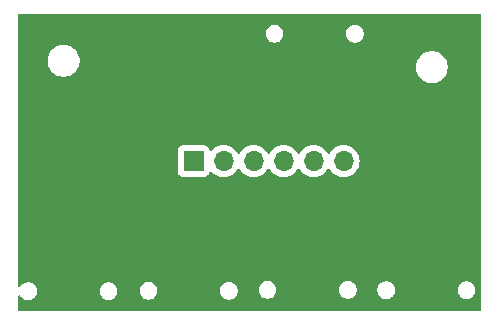
<source format=gbr>
%TF.GenerationSoftware,KiCad,Pcbnew,8.0.5*%
%TF.CreationDate,2024-11-11T01:16:09-08:00*%
%TF.ProjectId,Switch Lock,53776974-6368-4204-9c6f-636b2e6b6963,rev?*%
%TF.SameCoordinates,Original*%
%TF.FileFunction,Copper,L2,Bot*%
%TF.FilePolarity,Positive*%
%FSLAX46Y46*%
G04 Gerber Fmt 4.6, Leading zero omitted, Abs format (unit mm)*
G04 Created by KiCad (PCBNEW 8.0.5) date 2024-11-11 01:16:09*
%MOMM*%
%LPD*%
G01*
G04 APERTURE LIST*
%TA.AperFunction,ComponentPad*%
%ADD10R,1.700000X1.700000*%
%TD*%
%TA.AperFunction,ComponentPad*%
%ADD11O,1.700000X1.700000*%
%TD*%
%TA.AperFunction,ViaPad*%
%ADD12C,1.000000*%
%TD*%
G04 APERTURE END LIST*
D10*
%TO.P,J2,1,Pin_1*%
%TO.N,Net-(J2-Pin_1)*%
X107490000Y-68720000D03*
D11*
%TO.P,J2,2,Pin_2*%
%TO.N,Net-(J2-Pin_2)*%
X110030000Y-68720000D03*
%TO.P,J2,3,Pin_3*%
%TO.N,Net-(J2-Pin_3)*%
X112570000Y-68720000D03*
%TO.P,J2,4,Pin_4*%
%TO.N,Net-(J2-Pin_4)*%
X115110000Y-68720000D03*
%TO.P,J2,5,Pin_5*%
%TO.N,Net-(J2-Pin_5)*%
X117650000Y-68720000D03*
%TO.P,J2,6,Pin_6*%
%TO.N,Net-(J2-Pin_6)*%
X120190000Y-68720000D03*
%TO.P,J2,7,Pin_7*%
%TO.N,GND*%
X122730000Y-68720000D03*
%TD*%
D12*
%TO.N,GND*%
X128090000Y-69527500D03*
X119650000Y-76870000D03*
X115250000Y-60681750D03*
X109570000Y-76940000D03*
X99390000Y-76978250D03*
X129700000Y-76888250D03*
%TD*%
%TA.AperFunction,Conductor*%
%TO.N,GND*%
G36*
X131752539Y-56250185D02*
G01*
X131798294Y-56302989D01*
X131809500Y-56354500D01*
X131809500Y-81315500D01*
X131789815Y-81382539D01*
X131737011Y-81428294D01*
X131685500Y-81439500D01*
X92734500Y-81439500D01*
X92667461Y-81419815D01*
X92621706Y-81367011D01*
X92610500Y-81315500D01*
X92610500Y-80171622D01*
X92630185Y-80104583D01*
X92682989Y-80058828D01*
X92752147Y-80048884D01*
X92815703Y-80077909D01*
X92837602Y-80102732D01*
X92907045Y-80206661D01*
X92907051Y-80206669D01*
X93011580Y-80311198D01*
X93011584Y-80311201D01*
X93134498Y-80393330D01*
X93134511Y-80393337D01*
X93248374Y-80440500D01*
X93271087Y-80449908D01*
X93271091Y-80449908D01*
X93271092Y-80449909D01*
X93416079Y-80478750D01*
X93416082Y-80478750D01*
X93563920Y-80478750D01*
X93661462Y-80459346D01*
X93708913Y-80449908D01*
X93845495Y-80393334D01*
X93968416Y-80311201D01*
X94072951Y-80206666D01*
X94155084Y-80083745D01*
X94211658Y-79947163D01*
X94240500Y-79802170D01*
X99539499Y-79802170D01*
X99568340Y-79947157D01*
X99568343Y-79947167D01*
X99624912Y-80083738D01*
X99624919Y-80083751D01*
X99707048Y-80206665D01*
X99707051Y-80206669D01*
X99811580Y-80311198D01*
X99811584Y-80311201D01*
X99934498Y-80393330D01*
X99934511Y-80393337D01*
X100048374Y-80440500D01*
X100071087Y-80449908D01*
X100071091Y-80449908D01*
X100071092Y-80449909D01*
X100216079Y-80478750D01*
X100216082Y-80478750D01*
X100363920Y-80478750D01*
X100461462Y-80459346D01*
X100508913Y-80449908D01*
X100645495Y-80393334D01*
X100768416Y-80311201D01*
X100872951Y-80206666D01*
X100955084Y-80083745D01*
X101011658Y-79947163D01*
X101040500Y-79802168D01*
X101040500Y-79763920D01*
X102919499Y-79763920D01*
X102948340Y-79908907D01*
X102948343Y-79908917D01*
X103004912Y-80045488D01*
X103004919Y-80045501D01*
X103087048Y-80168415D01*
X103087051Y-80168419D01*
X103191580Y-80272948D01*
X103191584Y-80272951D01*
X103314498Y-80355080D01*
X103314511Y-80355087D01*
X103406856Y-80393337D01*
X103451087Y-80411658D01*
X103451091Y-80411658D01*
X103451092Y-80411659D01*
X103596079Y-80440500D01*
X103596082Y-80440500D01*
X103743920Y-80440500D01*
X103841462Y-80421096D01*
X103888913Y-80411658D01*
X103994547Y-80367902D01*
X104025488Y-80355087D01*
X104025488Y-80355086D01*
X104025495Y-80355084D01*
X104148416Y-80272951D01*
X104252951Y-80168416D01*
X104335084Y-80045495D01*
X104391658Y-79908913D01*
X104401953Y-79857157D01*
X104420500Y-79763920D01*
X109719499Y-79763920D01*
X109748340Y-79908907D01*
X109748343Y-79908917D01*
X109804912Y-80045488D01*
X109804919Y-80045501D01*
X109887048Y-80168415D01*
X109887051Y-80168419D01*
X109991580Y-80272948D01*
X109991584Y-80272951D01*
X110114498Y-80355080D01*
X110114511Y-80355087D01*
X110206856Y-80393337D01*
X110251087Y-80411658D01*
X110251091Y-80411658D01*
X110251092Y-80411659D01*
X110396079Y-80440500D01*
X110396082Y-80440500D01*
X110543920Y-80440500D01*
X110641462Y-80421096D01*
X110688913Y-80411658D01*
X110794547Y-80367902D01*
X110825488Y-80355087D01*
X110825488Y-80355086D01*
X110825495Y-80355084D01*
X110948416Y-80272951D01*
X111052951Y-80168416D01*
X111135084Y-80045495D01*
X111191658Y-79908913D01*
X111201953Y-79857157D01*
X111220500Y-79763920D01*
X111220500Y-79693920D01*
X112999499Y-79693920D01*
X113028340Y-79838907D01*
X113028343Y-79838917D01*
X113084912Y-79975488D01*
X113084919Y-79975501D01*
X113167048Y-80098415D01*
X113167051Y-80098419D01*
X113271580Y-80202948D01*
X113271584Y-80202951D01*
X113394498Y-80285080D01*
X113394511Y-80285087D01*
X113531082Y-80341656D01*
X113531087Y-80341658D01*
X113531091Y-80341658D01*
X113531092Y-80341659D01*
X113676079Y-80370500D01*
X113676082Y-80370500D01*
X113823920Y-80370500D01*
X113921462Y-80351096D01*
X113968913Y-80341658D01*
X114105495Y-80285084D01*
X114228416Y-80202951D01*
X114332951Y-80098416D01*
X114415084Y-79975495D01*
X114471658Y-79838913D01*
X114481096Y-79791462D01*
X114500500Y-79693920D01*
X119799499Y-79693920D01*
X119828340Y-79838907D01*
X119828343Y-79838917D01*
X119884912Y-79975488D01*
X119884919Y-79975501D01*
X119967048Y-80098415D01*
X119967051Y-80098419D01*
X120071580Y-80202948D01*
X120071584Y-80202951D01*
X120194498Y-80285080D01*
X120194511Y-80285087D01*
X120331082Y-80341656D01*
X120331087Y-80341658D01*
X120331091Y-80341658D01*
X120331092Y-80341659D01*
X120476079Y-80370500D01*
X120476082Y-80370500D01*
X120623920Y-80370500D01*
X120721462Y-80351096D01*
X120768913Y-80341658D01*
X120905495Y-80285084D01*
X121028416Y-80202951D01*
X121132951Y-80098416D01*
X121215084Y-79975495D01*
X121271658Y-79838913D01*
X121281096Y-79791462D01*
X121296870Y-79712170D01*
X123049499Y-79712170D01*
X123078340Y-79857157D01*
X123078343Y-79857167D01*
X123134912Y-79993738D01*
X123134919Y-79993751D01*
X123217048Y-80116665D01*
X123217051Y-80116669D01*
X123321580Y-80221198D01*
X123321584Y-80221201D01*
X123444498Y-80303330D01*
X123444511Y-80303337D01*
X123569431Y-80355080D01*
X123581087Y-80359908D01*
X123581091Y-80359908D01*
X123581092Y-80359909D01*
X123726079Y-80388750D01*
X123726082Y-80388750D01*
X123873920Y-80388750D01*
X123971462Y-80369346D01*
X124018913Y-80359908D01*
X124155495Y-80303334D01*
X124278416Y-80221201D01*
X124382951Y-80116666D01*
X124465084Y-79993745D01*
X124521658Y-79857163D01*
X124550500Y-79712170D01*
X129849499Y-79712170D01*
X129878340Y-79857157D01*
X129878343Y-79857167D01*
X129934912Y-79993738D01*
X129934919Y-79993751D01*
X130017048Y-80116665D01*
X130017051Y-80116669D01*
X130121580Y-80221198D01*
X130121584Y-80221201D01*
X130244498Y-80303330D01*
X130244511Y-80303337D01*
X130369431Y-80355080D01*
X130381087Y-80359908D01*
X130381091Y-80359908D01*
X130381092Y-80359909D01*
X130526079Y-80388750D01*
X130526082Y-80388750D01*
X130673920Y-80388750D01*
X130771462Y-80369346D01*
X130818913Y-80359908D01*
X130955495Y-80303334D01*
X131078416Y-80221201D01*
X131182951Y-80116666D01*
X131265084Y-79993745D01*
X131321658Y-79857163D01*
X131350500Y-79712168D01*
X131350500Y-79564332D01*
X131350500Y-79564329D01*
X131321659Y-79419342D01*
X131321658Y-79419341D01*
X131321658Y-79419337D01*
X131302360Y-79372748D01*
X131265087Y-79282761D01*
X131265080Y-79282748D01*
X131182951Y-79159834D01*
X131182948Y-79159830D01*
X131078419Y-79055301D01*
X131078415Y-79055298D01*
X130955501Y-78973169D01*
X130955488Y-78973162D01*
X130818917Y-78916593D01*
X130818907Y-78916590D01*
X130673920Y-78887750D01*
X130673918Y-78887750D01*
X130526082Y-78887750D01*
X130526080Y-78887750D01*
X130381092Y-78916590D01*
X130381082Y-78916593D01*
X130244511Y-78973162D01*
X130244498Y-78973169D01*
X130121584Y-79055298D01*
X130121580Y-79055301D01*
X130017051Y-79159830D01*
X130017048Y-79159834D01*
X129934919Y-79282748D01*
X129934912Y-79282761D01*
X129878343Y-79419332D01*
X129878340Y-79419342D01*
X129849500Y-79564329D01*
X129849500Y-79564332D01*
X129849500Y-79712168D01*
X129849500Y-79712170D01*
X129849499Y-79712170D01*
X124550500Y-79712170D01*
X124550500Y-79712168D01*
X124550500Y-79564332D01*
X124550500Y-79564329D01*
X124521659Y-79419342D01*
X124521658Y-79419341D01*
X124521658Y-79419337D01*
X124502360Y-79372748D01*
X124465087Y-79282761D01*
X124465080Y-79282748D01*
X124382951Y-79159834D01*
X124382948Y-79159830D01*
X124278419Y-79055301D01*
X124278415Y-79055298D01*
X124155501Y-78973169D01*
X124155488Y-78973162D01*
X124018917Y-78916593D01*
X124018907Y-78916590D01*
X123873920Y-78887750D01*
X123873918Y-78887750D01*
X123726082Y-78887750D01*
X123726080Y-78887750D01*
X123581092Y-78916590D01*
X123581082Y-78916593D01*
X123444511Y-78973162D01*
X123444498Y-78973169D01*
X123321584Y-79055298D01*
X123321580Y-79055301D01*
X123217051Y-79159830D01*
X123217048Y-79159834D01*
X123134919Y-79282748D01*
X123134912Y-79282761D01*
X123078343Y-79419332D01*
X123078340Y-79419342D01*
X123049500Y-79564329D01*
X123049500Y-79564332D01*
X123049500Y-79712168D01*
X123049500Y-79712170D01*
X123049499Y-79712170D01*
X121296870Y-79712170D01*
X121300500Y-79693920D01*
X121300500Y-79546079D01*
X121271659Y-79401092D01*
X121271658Y-79401091D01*
X121271658Y-79401087D01*
X121252058Y-79353768D01*
X121215087Y-79264511D01*
X121215080Y-79264498D01*
X121132951Y-79141584D01*
X121132948Y-79141580D01*
X121028419Y-79037051D01*
X121028415Y-79037048D01*
X120905501Y-78954919D01*
X120905488Y-78954912D01*
X120768917Y-78898343D01*
X120768907Y-78898340D01*
X120623920Y-78869500D01*
X120623918Y-78869500D01*
X120476082Y-78869500D01*
X120476080Y-78869500D01*
X120331092Y-78898340D01*
X120331082Y-78898343D01*
X120194511Y-78954912D01*
X120194498Y-78954919D01*
X120071584Y-79037048D01*
X120071580Y-79037051D01*
X119967051Y-79141580D01*
X119967048Y-79141584D01*
X119884919Y-79264498D01*
X119884912Y-79264511D01*
X119828343Y-79401082D01*
X119828340Y-79401092D01*
X119799500Y-79546079D01*
X119799500Y-79546082D01*
X119799500Y-79693918D01*
X119799500Y-79693920D01*
X119799499Y-79693920D01*
X114500500Y-79693920D01*
X114500500Y-79546079D01*
X114471659Y-79401092D01*
X114471658Y-79401091D01*
X114471658Y-79401087D01*
X114452058Y-79353768D01*
X114415087Y-79264511D01*
X114415080Y-79264498D01*
X114332951Y-79141584D01*
X114332948Y-79141580D01*
X114228419Y-79037051D01*
X114228415Y-79037048D01*
X114105501Y-78954919D01*
X114105488Y-78954912D01*
X113968917Y-78898343D01*
X113968907Y-78898340D01*
X113823920Y-78869500D01*
X113823918Y-78869500D01*
X113676082Y-78869500D01*
X113676080Y-78869500D01*
X113531092Y-78898340D01*
X113531082Y-78898343D01*
X113394511Y-78954912D01*
X113394498Y-78954919D01*
X113271584Y-79037048D01*
X113271580Y-79037051D01*
X113167051Y-79141580D01*
X113167048Y-79141584D01*
X113084919Y-79264498D01*
X113084912Y-79264511D01*
X113028343Y-79401082D01*
X113028340Y-79401092D01*
X112999500Y-79546079D01*
X112999500Y-79546082D01*
X112999500Y-79693918D01*
X112999500Y-79693920D01*
X112999499Y-79693920D01*
X111220500Y-79693920D01*
X111220500Y-79616079D01*
X111191659Y-79471092D01*
X111191658Y-79471091D01*
X111191658Y-79471087D01*
X111170225Y-79419342D01*
X111135087Y-79334511D01*
X111135080Y-79334498D01*
X111052951Y-79211584D01*
X111052948Y-79211580D01*
X110948419Y-79107051D01*
X110948415Y-79107048D01*
X110825501Y-79024919D01*
X110825488Y-79024912D01*
X110688917Y-78968343D01*
X110688907Y-78968340D01*
X110543920Y-78939500D01*
X110543918Y-78939500D01*
X110396082Y-78939500D01*
X110396080Y-78939500D01*
X110251092Y-78968340D01*
X110251082Y-78968343D01*
X110114511Y-79024912D01*
X110114498Y-79024919D01*
X109991584Y-79107048D01*
X109991580Y-79107051D01*
X109887051Y-79211580D01*
X109887048Y-79211584D01*
X109804919Y-79334498D01*
X109804912Y-79334511D01*
X109748343Y-79471082D01*
X109748340Y-79471092D01*
X109719500Y-79616079D01*
X109719500Y-79616082D01*
X109719500Y-79763918D01*
X109719500Y-79763920D01*
X109719499Y-79763920D01*
X104420500Y-79763920D01*
X104420500Y-79616079D01*
X104391659Y-79471092D01*
X104391658Y-79471091D01*
X104391658Y-79471087D01*
X104370225Y-79419342D01*
X104335087Y-79334511D01*
X104335080Y-79334498D01*
X104252951Y-79211584D01*
X104252948Y-79211580D01*
X104148419Y-79107051D01*
X104148415Y-79107048D01*
X104025501Y-79024919D01*
X104025488Y-79024912D01*
X103888917Y-78968343D01*
X103888907Y-78968340D01*
X103743920Y-78939500D01*
X103743918Y-78939500D01*
X103596082Y-78939500D01*
X103596080Y-78939500D01*
X103451092Y-78968340D01*
X103451082Y-78968343D01*
X103314511Y-79024912D01*
X103314498Y-79024919D01*
X103191584Y-79107048D01*
X103191580Y-79107051D01*
X103087051Y-79211580D01*
X103087048Y-79211584D01*
X103004919Y-79334498D01*
X103004912Y-79334511D01*
X102948343Y-79471082D01*
X102948340Y-79471092D01*
X102919500Y-79616079D01*
X102919500Y-79616082D01*
X102919500Y-79763918D01*
X102919500Y-79763920D01*
X102919499Y-79763920D01*
X101040500Y-79763920D01*
X101040500Y-79654332D01*
X101040500Y-79654329D01*
X101011659Y-79509342D01*
X101011658Y-79509341D01*
X101011658Y-79509337D01*
X101011656Y-79509332D01*
X100955087Y-79372761D01*
X100955080Y-79372748D01*
X100872951Y-79249834D01*
X100872948Y-79249830D01*
X100768419Y-79145301D01*
X100768415Y-79145298D01*
X100645501Y-79063169D01*
X100645488Y-79063162D01*
X100508917Y-79006593D01*
X100508907Y-79006590D01*
X100363920Y-78977750D01*
X100363918Y-78977750D01*
X100216082Y-78977750D01*
X100216080Y-78977750D01*
X100071092Y-79006590D01*
X100071082Y-79006593D01*
X99934511Y-79063162D01*
X99934498Y-79063169D01*
X99811584Y-79145298D01*
X99811580Y-79145301D01*
X99707051Y-79249830D01*
X99707048Y-79249834D01*
X99624919Y-79372748D01*
X99624912Y-79372761D01*
X99568343Y-79509332D01*
X99568340Y-79509342D01*
X99539500Y-79654329D01*
X99539500Y-79654332D01*
X99539500Y-79802168D01*
X99539500Y-79802170D01*
X99539499Y-79802170D01*
X94240500Y-79802170D01*
X94240500Y-79802168D01*
X94240500Y-79654332D01*
X94240500Y-79654329D01*
X94211659Y-79509342D01*
X94211658Y-79509341D01*
X94211658Y-79509337D01*
X94211656Y-79509332D01*
X94155087Y-79372761D01*
X94155080Y-79372748D01*
X94072951Y-79249834D01*
X94072948Y-79249830D01*
X93968419Y-79145301D01*
X93968415Y-79145298D01*
X93845501Y-79063169D01*
X93845488Y-79063162D01*
X93708917Y-79006593D01*
X93708907Y-79006590D01*
X93563920Y-78977750D01*
X93563918Y-78977750D01*
X93416082Y-78977750D01*
X93416080Y-78977750D01*
X93271092Y-79006590D01*
X93271082Y-79006593D01*
X93134511Y-79063162D01*
X93134498Y-79063169D01*
X93011584Y-79145298D01*
X93011580Y-79145301D01*
X92907051Y-79249830D01*
X92907048Y-79249834D01*
X92837602Y-79353768D01*
X92783990Y-79398573D01*
X92714665Y-79407280D01*
X92651637Y-79377126D01*
X92614918Y-79317682D01*
X92610500Y-79284877D01*
X92610500Y-67822135D01*
X106139500Y-67822135D01*
X106139500Y-69617870D01*
X106139501Y-69617876D01*
X106145908Y-69677483D01*
X106196202Y-69812328D01*
X106196206Y-69812335D01*
X106282452Y-69927544D01*
X106282455Y-69927547D01*
X106397664Y-70013793D01*
X106397671Y-70013797D01*
X106532517Y-70064091D01*
X106532516Y-70064091D01*
X106539444Y-70064835D01*
X106592127Y-70070500D01*
X108387872Y-70070499D01*
X108447483Y-70064091D01*
X108582331Y-70013796D01*
X108697546Y-69927546D01*
X108783796Y-69812331D01*
X108832810Y-69680916D01*
X108874681Y-69624984D01*
X108940145Y-69600566D01*
X109008418Y-69615417D01*
X109036673Y-69636569D01*
X109158599Y-69758495D01*
X109255384Y-69826265D01*
X109352165Y-69894032D01*
X109352167Y-69894033D01*
X109352170Y-69894035D01*
X109566337Y-69993903D01*
X109794592Y-70055063D01*
X109971034Y-70070500D01*
X110029999Y-70075659D01*
X110030000Y-70075659D01*
X110030001Y-70075659D01*
X110088966Y-70070500D01*
X110265408Y-70055063D01*
X110493663Y-69993903D01*
X110707830Y-69894035D01*
X110901401Y-69758495D01*
X111068495Y-69591401D01*
X111198425Y-69405842D01*
X111253002Y-69362217D01*
X111322500Y-69355023D01*
X111384855Y-69386546D01*
X111401575Y-69405842D01*
X111531500Y-69591395D01*
X111531505Y-69591401D01*
X111698599Y-69758495D01*
X111795384Y-69826265D01*
X111892165Y-69894032D01*
X111892167Y-69894033D01*
X111892170Y-69894035D01*
X112106337Y-69993903D01*
X112334592Y-70055063D01*
X112511034Y-70070500D01*
X112569999Y-70075659D01*
X112570000Y-70075659D01*
X112570001Y-70075659D01*
X112628966Y-70070500D01*
X112805408Y-70055063D01*
X113033663Y-69993903D01*
X113247830Y-69894035D01*
X113441401Y-69758495D01*
X113608495Y-69591401D01*
X113738425Y-69405842D01*
X113793002Y-69362217D01*
X113862500Y-69355023D01*
X113924855Y-69386546D01*
X113941575Y-69405842D01*
X114071500Y-69591395D01*
X114071505Y-69591401D01*
X114238599Y-69758495D01*
X114335384Y-69826265D01*
X114432165Y-69894032D01*
X114432167Y-69894033D01*
X114432170Y-69894035D01*
X114646337Y-69993903D01*
X114874592Y-70055063D01*
X115051034Y-70070500D01*
X115109999Y-70075659D01*
X115110000Y-70075659D01*
X115110001Y-70075659D01*
X115168966Y-70070500D01*
X115345408Y-70055063D01*
X115573663Y-69993903D01*
X115787830Y-69894035D01*
X115981401Y-69758495D01*
X116148495Y-69591401D01*
X116278425Y-69405842D01*
X116333002Y-69362217D01*
X116402500Y-69355023D01*
X116464855Y-69386546D01*
X116481575Y-69405842D01*
X116611500Y-69591395D01*
X116611505Y-69591401D01*
X116778599Y-69758495D01*
X116875384Y-69826265D01*
X116972165Y-69894032D01*
X116972167Y-69894033D01*
X116972170Y-69894035D01*
X117186337Y-69993903D01*
X117414592Y-70055063D01*
X117591034Y-70070500D01*
X117649999Y-70075659D01*
X117650000Y-70075659D01*
X117650001Y-70075659D01*
X117708966Y-70070500D01*
X117885408Y-70055063D01*
X118113663Y-69993903D01*
X118327830Y-69894035D01*
X118521401Y-69758495D01*
X118688495Y-69591401D01*
X118818425Y-69405842D01*
X118873002Y-69362217D01*
X118942500Y-69355023D01*
X119004855Y-69386546D01*
X119021575Y-69405842D01*
X119151500Y-69591395D01*
X119151505Y-69591401D01*
X119318599Y-69758495D01*
X119415384Y-69826265D01*
X119512165Y-69894032D01*
X119512167Y-69894033D01*
X119512170Y-69894035D01*
X119726337Y-69993903D01*
X119954592Y-70055063D01*
X120131034Y-70070500D01*
X120189999Y-70075659D01*
X120190000Y-70075659D01*
X120190001Y-70075659D01*
X120248966Y-70070500D01*
X120425408Y-70055063D01*
X120653663Y-69993903D01*
X120867830Y-69894035D01*
X121061401Y-69758495D01*
X121228495Y-69591401D01*
X121364035Y-69397830D01*
X121463903Y-69183663D01*
X121525063Y-68955408D01*
X121545659Y-68720000D01*
X121525063Y-68484592D01*
X121463903Y-68256337D01*
X121364035Y-68042171D01*
X121358425Y-68034158D01*
X121228494Y-67848597D01*
X121061402Y-67681506D01*
X121061395Y-67681501D01*
X120867834Y-67545967D01*
X120867830Y-67545965D01*
X120867828Y-67545964D01*
X120653663Y-67446097D01*
X120653659Y-67446096D01*
X120653655Y-67446094D01*
X120425413Y-67384938D01*
X120425403Y-67384936D01*
X120190001Y-67364341D01*
X120189999Y-67364341D01*
X119954596Y-67384936D01*
X119954586Y-67384938D01*
X119726344Y-67446094D01*
X119726335Y-67446098D01*
X119512171Y-67545964D01*
X119512169Y-67545965D01*
X119318597Y-67681505D01*
X119151505Y-67848597D01*
X119021575Y-68034158D01*
X118966998Y-68077783D01*
X118897500Y-68084977D01*
X118835145Y-68053454D01*
X118818425Y-68034158D01*
X118688494Y-67848597D01*
X118521402Y-67681506D01*
X118521395Y-67681501D01*
X118327834Y-67545967D01*
X118327830Y-67545965D01*
X118327828Y-67545964D01*
X118113663Y-67446097D01*
X118113659Y-67446096D01*
X118113655Y-67446094D01*
X117885413Y-67384938D01*
X117885403Y-67384936D01*
X117650001Y-67364341D01*
X117649999Y-67364341D01*
X117414596Y-67384936D01*
X117414586Y-67384938D01*
X117186344Y-67446094D01*
X117186335Y-67446098D01*
X116972171Y-67545964D01*
X116972169Y-67545965D01*
X116778597Y-67681505D01*
X116611505Y-67848597D01*
X116481575Y-68034158D01*
X116426998Y-68077783D01*
X116357500Y-68084977D01*
X116295145Y-68053454D01*
X116278425Y-68034158D01*
X116148494Y-67848597D01*
X115981402Y-67681506D01*
X115981395Y-67681501D01*
X115787834Y-67545967D01*
X115787830Y-67545965D01*
X115787828Y-67545964D01*
X115573663Y-67446097D01*
X115573659Y-67446096D01*
X115573655Y-67446094D01*
X115345413Y-67384938D01*
X115345403Y-67384936D01*
X115110001Y-67364341D01*
X115109999Y-67364341D01*
X114874596Y-67384936D01*
X114874586Y-67384938D01*
X114646344Y-67446094D01*
X114646335Y-67446098D01*
X114432171Y-67545964D01*
X114432169Y-67545965D01*
X114238597Y-67681505D01*
X114071505Y-67848597D01*
X113941575Y-68034158D01*
X113886998Y-68077783D01*
X113817500Y-68084977D01*
X113755145Y-68053454D01*
X113738425Y-68034158D01*
X113608494Y-67848597D01*
X113441402Y-67681506D01*
X113441395Y-67681501D01*
X113247834Y-67545967D01*
X113247830Y-67545965D01*
X113247828Y-67545964D01*
X113033663Y-67446097D01*
X113033659Y-67446096D01*
X113033655Y-67446094D01*
X112805413Y-67384938D01*
X112805403Y-67384936D01*
X112570001Y-67364341D01*
X112569999Y-67364341D01*
X112334596Y-67384936D01*
X112334586Y-67384938D01*
X112106344Y-67446094D01*
X112106335Y-67446098D01*
X111892171Y-67545964D01*
X111892169Y-67545965D01*
X111698597Y-67681505D01*
X111531505Y-67848597D01*
X111401575Y-68034158D01*
X111346998Y-68077783D01*
X111277500Y-68084977D01*
X111215145Y-68053454D01*
X111198425Y-68034158D01*
X111068494Y-67848597D01*
X110901402Y-67681506D01*
X110901395Y-67681501D01*
X110707834Y-67545967D01*
X110707830Y-67545965D01*
X110707828Y-67545964D01*
X110493663Y-67446097D01*
X110493659Y-67446096D01*
X110493655Y-67446094D01*
X110265413Y-67384938D01*
X110265403Y-67384936D01*
X110030001Y-67364341D01*
X110029999Y-67364341D01*
X109794596Y-67384936D01*
X109794586Y-67384938D01*
X109566344Y-67446094D01*
X109566335Y-67446098D01*
X109352171Y-67545964D01*
X109352169Y-67545965D01*
X109158600Y-67681503D01*
X109036673Y-67803430D01*
X108975350Y-67836914D01*
X108905658Y-67831930D01*
X108849725Y-67790058D01*
X108832810Y-67759081D01*
X108783797Y-67627671D01*
X108783793Y-67627664D01*
X108697547Y-67512455D01*
X108697544Y-67512452D01*
X108582335Y-67426206D01*
X108582328Y-67426202D01*
X108447482Y-67375908D01*
X108447483Y-67375908D01*
X108387883Y-67369501D01*
X108387881Y-67369500D01*
X108387873Y-67369500D01*
X108387864Y-67369500D01*
X106592129Y-67369500D01*
X106592123Y-67369501D01*
X106532516Y-67375908D01*
X106397671Y-67426202D01*
X106397664Y-67426206D01*
X106282455Y-67512452D01*
X106282452Y-67512455D01*
X106196206Y-67627664D01*
X106196202Y-67627671D01*
X106145908Y-67762517D01*
X106139501Y-67822116D01*
X106139500Y-67822135D01*
X92610500Y-67822135D01*
X92610500Y-60113713D01*
X95139500Y-60113713D01*
X95139500Y-60326286D01*
X95158105Y-60443757D01*
X95172754Y-60536243D01*
X95210922Y-60653713D01*
X95238444Y-60738414D01*
X95334951Y-60927820D01*
X95459890Y-61099786D01*
X95610213Y-61250109D01*
X95782179Y-61375048D01*
X95782181Y-61375049D01*
X95782184Y-61375051D01*
X95971588Y-61471557D01*
X96173757Y-61537246D01*
X96383713Y-61570500D01*
X96383714Y-61570500D01*
X96596286Y-61570500D01*
X96596287Y-61570500D01*
X96806243Y-61537246D01*
X97008412Y-61471557D01*
X97197816Y-61375051D01*
X97219789Y-61359086D01*
X97369786Y-61250109D01*
X97369788Y-61250106D01*
X97369792Y-61250104D01*
X97520104Y-61099792D01*
X97520106Y-61099788D01*
X97520109Y-61099786D01*
X97645048Y-60927820D01*
X97645047Y-60927820D01*
X97645051Y-60927816D01*
X97741557Y-60738412D01*
X97769078Y-60653713D01*
X126319500Y-60653713D01*
X126319500Y-60866286D01*
X126352753Y-61076239D01*
X126418444Y-61278414D01*
X126514951Y-61467820D01*
X126639890Y-61639786D01*
X126790213Y-61790109D01*
X126962179Y-61915048D01*
X126962181Y-61915049D01*
X126962184Y-61915051D01*
X127151588Y-62011557D01*
X127353757Y-62077246D01*
X127563713Y-62110500D01*
X127563714Y-62110500D01*
X127776286Y-62110500D01*
X127776287Y-62110500D01*
X127986243Y-62077246D01*
X128188412Y-62011557D01*
X128377816Y-61915051D01*
X128399789Y-61899086D01*
X128549786Y-61790109D01*
X128549788Y-61790106D01*
X128549792Y-61790104D01*
X128700104Y-61639792D01*
X128700106Y-61639788D01*
X128700109Y-61639786D01*
X128825048Y-61467820D01*
X128825047Y-61467820D01*
X128825051Y-61467816D01*
X128921557Y-61278412D01*
X128987246Y-61076243D01*
X129020500Y-60866287D01*
X129020500Y-60653713D01*
X128987246Y-60443757D01*
X128921557Y-60241588D01*
X128825051Y-60052184D01*
X128825049Y-60052181D01*
X128825048Y-60052179D01*
X128700109Y-59880213D01*
X128549786Y-59729890D01*
X128377820Y-59604951D01*
X128188414Y-59508444D01*
X128188413Y-59508443D01*
X128188412Y-59508443D01*
X127986243Y-59442754D01*
X127986241Y-59442753D01*
X127986240Y-59442753D01*
X127824957Y-59417208D01*
X127776287Y-59409500D01*
X127563713Y-59409500D01*
X127515042Y-59417208D01*
X127353760Y-59442753D01*
X127151585Y-59508444D01*
X126962179Y-59604951D01*
X126790213Y-59729890D01*
X126639890Y-59880213D01*
X126514951Y-60052179D01*
X126418444Y-60241585D01*
X126418443Y-60241587D01*
X126418443Y-60241588D01*
X126385598Y-60342672D01*
X126352753Y-60443760D01*
X126319500Y-60653713D01*
X97769078Y-60653713D01*
X97807246Y-60536243D01*
X97840500Y-60326287D01*
X97840500Y-60113713D01*
X97807246Y-59903757D01*
X97741557Y-59701588D01*
X97645051Y-59512184D01*
X97645049Y-59512181D01*
X97645048Y-59512179D01*
X97520109Y-59340213D01*
X97369786Y-59189890D01*
X97197820Y-59064951D01*
X97008414Y-58968444D01*
X97008413Y-58968443D01*
X97008412Y-58968443D01*
X96806243Y-58902754D01*
X96806241Y-58902753D01*
X96806240Y-58902753D01*
X96644957Y-58877208D01*
X96596287Y-58869500D01*
X96383713Y-58869500D01*
X96335042Y-58877208D01*
X96173760Y-58902753D01*
X95971585Y-58968444D01*
X95782179Y-59064951D01*
X95610213Y-59189890D01*
X95459890Y-59340213D01*
X95334951Y-59512179D01*
X95238444Y-59701585D01*
X95172753Y-59903760D01*
X95139500Y-60113713D01*
X92610500Y-60113713D01*
X92610500Y-58005670D01*
X113599499Y-58005670D01*
X113628340Y-58150657D01*
X113628343Y-58150667D01*
X113684912Y-58287238D01*
X113684919Y-58287251D01*
X113767048Y-58410165D01*
X113767051Y-58410169D01*
X113871580Y-58514698D01*
X113871584Y-58514701D01*
X113994498Y-58596830D01*
X113994511Y-58596837D01*
X114131082Y-58653406D01*
X114131087Y-58653408D01*
X114131091Y-58653408D01*
X114131092Y-58653409D01*
X114276079Y-58682250D01*
X114276082Y-58682250D01*
X114423920Y-58682250D01*
X114521462Y-58662846D01*
X114568913Y-58653408D01*
X114705495Y-58596834D01*
X114828416Y-58514701D01*
X114932951Y-58410166D01*
X115015084Y-58287245D01*
X115071658Y-58150663D01*
X115100500Y-58005670D01*
X120399499Y-58005670D01*
X120428340Y-58150657D01*
X120428343Y-58150667D01*
X120484912Y-58287238D01*
X120484919Y-58287251D01*
X120567048Y-58410165D01*
X120567051Y-58410169D01*
X120671580Y-58514698D01*
X120671584Y-58514701D01*
X120794498Y-58596830D01*
X120794511Y-58596837D01*
X120931082Y-58653406D01*
X120931087Y-58653408D01*
X120931091Y-58653408D01*
X120931092Y-58653409D01*
X121076079Y-58682250D01*
X121076082Y-58682250D01*
X121223920Y-58682250D01*
X121321462Y-58662846D01*
X121368913Y-58653408D01*
X121505495Y-58596834D01*
X121628416Y-58514701D01*
X121732951Y-58410166D01*
X121815084Y-58287245D01*
X121871658Y-58150663D01*
X121900500Y-58005668D01*
X121900500Y-57857832D01*
X121900500Y-57857829D01*
X121871659Y-57712842D01*
X121871658Y-57712841D01*
X121871658Y-57712837D01*
X121871656Y-57712832D01*
X121815087Y-57576261D01*
X121815080Y-57576248D01*
X121732951Y-57453334D01*
X121732948Y-57453330D01*
X121628419Y-57348801D01*
X121628415Y-57348798D01*
X121505501Y-57266669D01*
X121505488Y-57266662D01*
X121368917Y-57210093D01*
X121368907Y-57210090D01*
X121223920Y-57181250D01*
X121223918Y-57181250D01*
X121076082Y-57181250D01*
X121076080Y-57181250D01*
X120931092Y-57210090D01*
X120931082Y-57210093D01*
X120794511Y-57266662D01*
X120794498Y-57266669D01*
X120671584Y-57348798D01*
X120671580Y-57348801D01*
X120567051Y-57453330D01*
X120567048Y-57453334D01*
X120484919Y-57576248D01*
X120484912Y-57576261D01*
X120428343Y-57712832D01*
X120428340Y-57712842D01*
X120399500Y-57857829D01*
X120399500Y-57857832D01*
X120399500Y-58005668D01*
X120399500Y-58005670D01*
X120399499Y-58005670D01*
X115100500Y-58005670D01*
X115100500Y-58005668D01*
X115100500Y-57857832D01*
X115100500Y-57857829D01*
X115071659Y-57712842D01*
X115071658Y-57712841D01*
X115071658Y-57712837D01*
X115071656Y-57712832D01*
X115015087Y-57576261D01*
X115015080Y-57576248D01*
X114932951Y-57453334D01*
X114932948Y-57453330D01*
X114828419Y-57348801D01*
X114828415Y-57348798D01*
X114705501Y-57266669D01*
X114705488Y-57266662D01*
X114568917Y-57210093D01*
X114568907Y-57210090D01*
X114423920Y-57181250D01*
X114423918Y-57181250D01*
X114276082Y-57181250D01*
X114276080Y-57181250D01*
X114131092Y-57210090D01*
X114131082Y-57210093D01*
X113994511Y-57266662D01*
X113994498Y-57266669D01*
X113871584Y-57348798D01*
X113871580Y-57348801D01*
X113767051Y-57453330D01*
X113767048Y-57453334D01*
X113684919Y-57576248D01*
X113684912Y-57576261D01*
X113628343Y-57712832D01*
X113628340Y-57712842D01*
X113599500Y-57857829D01*
X113599500Y-57857832D01*
X113599500Y-58005668D01*
X113599500Y-58005670D01*
X113599499Y-58005670D01*
X92610500Y-58005670D01*
X92610500Y-56354500D01*
X92630185Y-56287461D01*
X92682989Y-56241706D01*
X92734500Y-56230500D01*
X131685500Y-56230500D01*
X131752539Y-56250185D01*
G37*
%TD.AperFunction*%
%TD*%
M02*

</source>
